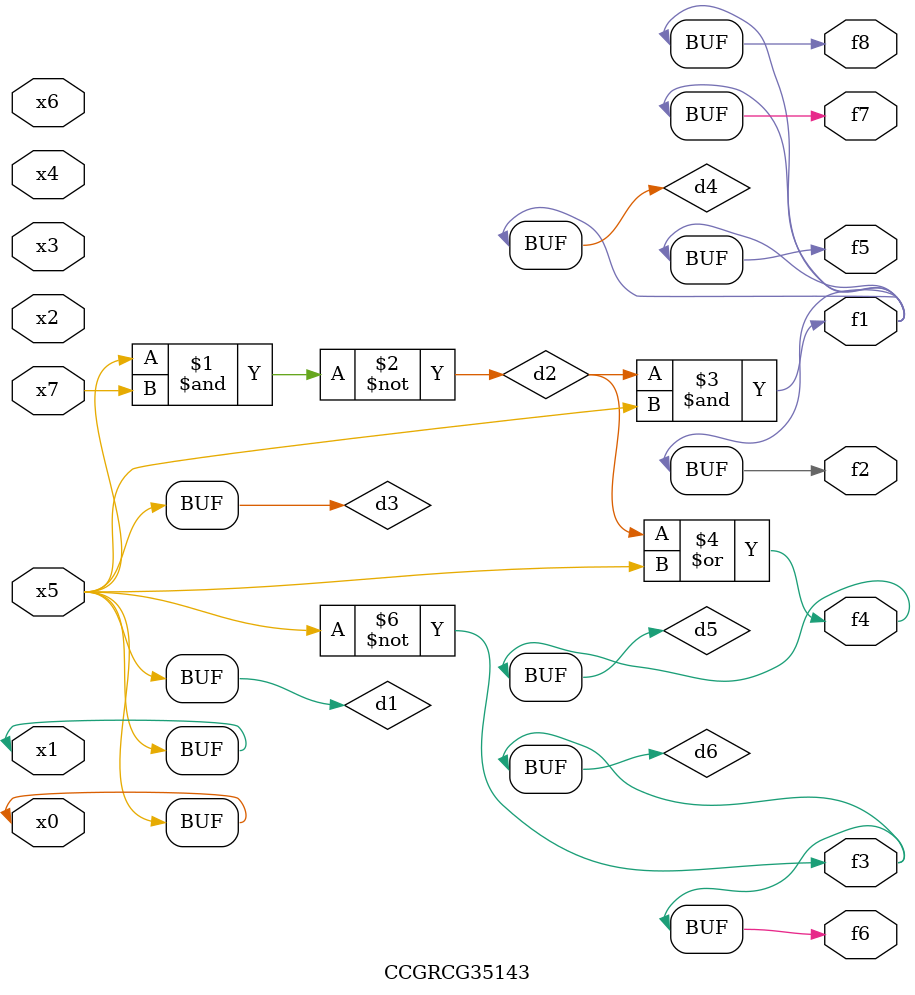
<source format=v>
module CCGRCG35143(
	input x0, x1, x2, x3, x4, x5, x6, x7,
	output f1, f2, f3, f4, f5, f6, f7, f8
);

	wire d1, d2, d3, d4, d5, d6;

	buf (d1, x0, x5);
	nand (d2, x5, x7);
	buf (d3, x0, x1);
	and (d4, d2, d3);
	or (d5, d2, d3);
	nor (d6, d1, d3);
	assign f1 = d4;
	assign f2 = d4;
	assign f3 = d6;
	assign f4 = d5;
	assign f5 = d4;
	assign f6 = d6;
	assign f7 = d4;
	assign f8 = d4;
endmodule

</source>
